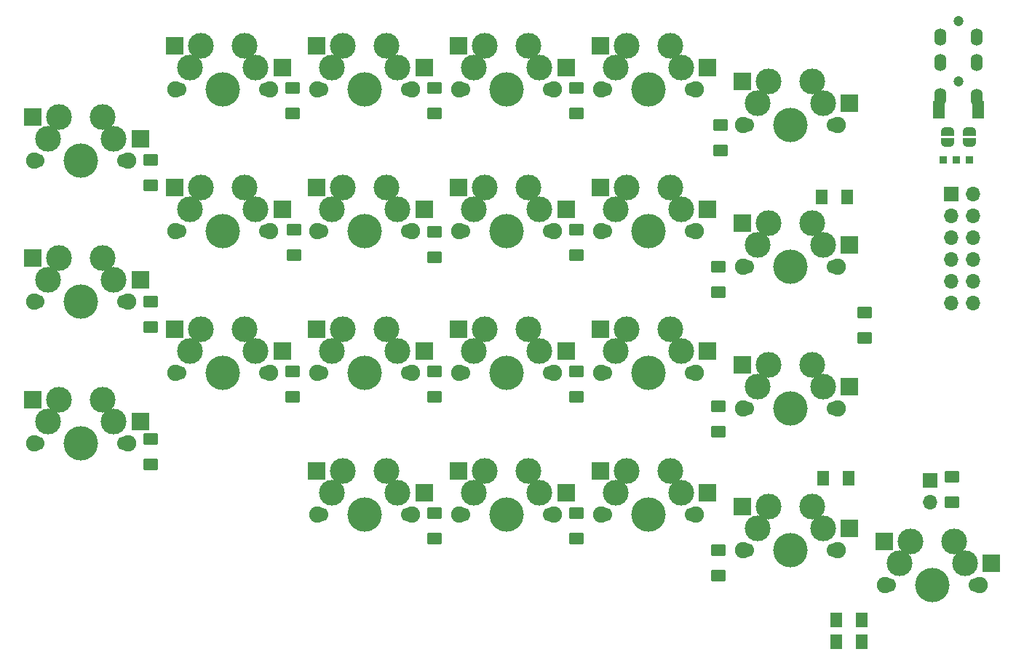
<source format=gts>
G04 #@! TF.GenerationSoftware,KiCad,Pcbnew,7.0.10*
G04 #@! TF.CreationDate,2024-06-23T16:27:36+09:00*
G04 #@! TF.ProjectId,sss,7373732e-6b69-4636-9164-5f7063625858,rev?*
G04 #@! TF.SameCoordinates,Original*
G04 #@! TF.FileFunction,Soldermask,Top*
G04 #@! TF.FilePolarity,Negative*
%FSLAX46Y46*%
G04 Gerber Fmt 4.6, Leading zero omitted, Abs format (unit mm)*
G04 Created by KiCad (PCBNEW 7.0.10) date 2024-06-23 16:27:36*
%MOMM*%
%LPD*%
G01*
G04 APERTURE LIST*
G04 Aperture macros list*
%AMRoundRect*
0 Rectangle with rounded corners*
0 $1 Rounding radius*
0 $2 $3 $4 $5 $6 $7 $8 $9 X,Y pos of 4 corners*
0 Add a 4 corners polygon primitive as box body*
4,1,4,$2,$3,$4,$5,$6,$7,$8,$9,$2,$3,0*
0 Add four circle primitives for the rounded corners*
1,1,$1+$1,$2,$3*
1,1,$1+$1,$4,$5*
1,1,$1+$1,$6,$7*
1,1,$1+$1,$8,$9*
0 Add four rect primitives between the rounded corners*
20,1,$1+$1,$2,$3,$4,$5,0*
20,1,$1+$1,$4,$5,$6,$7,0*
20,1,$1+$1,$6,$7,$8,$9,0*
20,1,$1+$1,$8,$9,$2,$3,0*%
%AMFreePoly0*
4,1,19,0.500000,-0.750000,0.000000,-0.750000,0.000000,-0.744911,-0.071157,-0.744911,-0.207708,-0.704816,-0.327430,-0.627875,-0.420627,-0.520320,-0.479746,-0.390866,-0.500000,-0.250000,-0.500000,0.250000,-0.479746,0.390866,-0.420627,0.520320,-0.327430,0.627875,-0.207708,0.704816,-0.071157,0.744911,0.000000,0.744911,0.000000,0.750000,0.500000,0.750000,0.500000,-0.750000,0.500000,-0.750000,
$1*%
%AMFreePoly1*
4,1,19,0.000000,0.744911,0.071157,0.744911,0.207708,0.704816,0.327430,0.627875,0.420627,0.520320,0.479746,0.390866,0.500000,0.250000,0.500000,-0.250000,0.479746,-0.390866,0.420627,-0.520320,0.327430,-0.627875,0.207708,-0.704816,0.071157,-0.744911,0.000000,-0.744911,0.000000,-0.750000,-0.500000,-0.750000,-0.500000,0.750000,0.000000,0.750000,0.000000,0.744911,0.000000,0.744911,
$1*%
G04 Aperture macros list end*
%ADD10R,1.700000X1.700000*%
%ADD11O,1.700000X1.700000*%
%ADD12C,1.900000*%
%ADD13C,1.700000*%
%ADD14C,3.000000*%
%ADD15C,4.000000*%
%ADD16R,2.000000X2.000000*%
%ADD17RoundRect,0.250001X0.624999X-0.462499X0.624999X0.462499X-0.624999X0.462499X-0.624999X-0.462499X0*%
%ADD18RoundRect,0.250001X-0.462499X-0.624999X0.462499X-0.624999X0.462499X0.624999X-0.462499X0.624999X0*%
%ADD19FreePoly0,270.000000*%
%ADD20FreePoly1,270.000000*%
%ADD21C,1.200000*%
%ADD22O,1.400000X2.000000*%
%ADD23R,1.400000X2.000000*%
%ADD24R,0.850000X0.850000*%
%ADD25RoundRect,0.250001X-0.624999X0.462499X-0.624999X-0.462499X0.624999X-0.462499X0.624999X0.462499X0*%
G04 APERTURE END LIST*
D10*
X133096000Y-79497000D03*
D11*
X133096000Y-82037000D03*
D10*
X135540000Y-46190000D03*
D11*
X138080000Y-46190000D03*
X135540000Y-48730000D03*
X138080000Y-48730000D03*
X135540000Y-51270000D03*
X138080000Y-51270000D03*
X135540000Y-53810000D03*
X138080000Y-53810000D03*
X135540000Y-56350000D03*
X138080000Y-56350000D03*
X135540000Y-58890000D03*
X138080000Y-58890000D03*
D12*
X127840000Y-91725000D03*
D13*
X128260000Y-91725000D03*
D14*
X129530000Y-89185000D03*
X130800000Y-86645000D03*
D15*
X133340000Y-91725000D03*
D14*
X135880000Y-86645000D03*
X137150000Y-89185000D03*
D13*
X138420000Y-91725000D03*
D12*
X138840000Y-91725000D03*
D16*
X127740000Y-86645000D03*
X140240000Y-89185000D03*
D12*
X45340000Y-66975000D03*
D13*
X45760000Y-66975000D03*
D14*
X47030000Y-64435000D03*
X48300000Y-61895000D03*
D15*
X50840000Y-66975000D03*
D14*
X53380000Y-61895000D03*
X54650000Y-64435000D03*
D13*
X55920000Y-66975000D03*
D12*
X56340000Y-66975000D03*
D16*
X45240000Y-61895000D03*
X57740000Y-64435000D03*
D12*
X111340000Y-54610000D03*
D13*
X111760000Y-54610000D03*
D14*
X113030000Y-52070000D03*
X114300000Y-49530000D03*
D15*
X116840000Y-54610000D03*
D14*
X119380000Y-49530000D03*
X120650000Y-52070000D03*
D13*
X121920000Y-54610000D03*
D12*
X122340000Y-54610000D03*
D16*
X111240000Y-49530000D03*
X123740000Y-52070000D03*
D12*
X61840000Y-33975000D03*
D13*
X62260000Y-33975000D03*
D14*
X63530000Y-31435000D03*
X64800000Y-28895000D03*
D15*
X67340000Y-33975000D03*
D14*
X69880000Y-28895000D03*
X71150000Y-31435000D03*
D13*
X72420000Y-33975000D03*
D12*
X72840000Y-33975000D03*
D16*
X61740000Y-28895000D03*
X74240000Y-31435000D03*
D12*
X78340000Y-33975000D03*
D13*
X78760000Y-33975000D03*
D14*
X80030000Y-31435000D03*
X81300000Y-28895000D03*
D15*
X83840000Y-33975000D03*
D14*
X86380000Y-28895000D03*
X87650000Y-31435000D03*
D13*
X88920000Y-33975000D03*
D12*
X89340000Y-33975000D03*
D16*
X78240000Y-28895000D03*
X90740000Y-31435000D03*
D12*
X61840000Y-66975000D03*
D13*
X62260000Y-66975000D03*
D14*
X63530000Y-64435000D03*
X64800000Y-61895000D03*
D15*
X67340000Y-66975000D03*
D14*
X69880000Y-61895000D03*
X71150000Y-64435000D03*
D13*
X72420000Y-66975000D03*
D12*
X72840000Y-66975000D03*
D16*
X61740000Y-61895000D03*
X74240000Y-64435000D03*
D12*
X111340000Y-87600000D03*
D13*
X111760000Y-87600000D03*
D14*
X113030000Y-85060000D03*
X114300000Y-82520000D03*
D15*
X116840000Y-87600000D03*
D14*
X119380000Y-82520000D03*
X120650000Y-85060000D03*
D13*
X121920000Y-87600000D03*
D12*
X122340000Y-87600000D03*
D16*
X111240000Y-82520000D03*
X123740000Y-85060000D03*
D12*
X61840000Y-50475000D03*
D13*
X62260000Y-50475000D03*
D14*
X63530000Y-47935000D03*
X64800000Y-45395000D03*
D15*
X67340000Y-50475000D03*
D14*
X69880000Y-45395000D03*
X71150000Y-47935000D03*
D13*
X72420000Y-50475000D03*
D12*
X72840000Y-50475000D03*
D16*
X61740000Y-45395000D03*
X74240000Y-47935000D03*
D12*
X94840000Y-66975000D03*
D13*
X95260000Y-66975000D03*
D14*
X96530000Y-64435000D03*
X97800000Y-61895000D03*
D15*
X100340000Y-66975000D03*
D14*
X102880000Y-61895000D03*
X104150000Y-64435000D03*
D13*
X105420000Y-66975000D03*
D12*
X105840000Y-66975000D03*
D16*
X94740000Y-61895000D03*
X107240000Y-64435000D03*
D12*
X111340000Y-71100000D03*
D13*
X111760000Y-71100000D03*
D14*
X113030000Y-68560000D03*
X114300000Y-66020000D03*
D15*
X116840000Y-71100000D03*
D14*
X119380000Y-66020000D03*
X120650000Y-68560000D03*
D13*
X121920000Y-71100000D03*
D12*
X122340000Y-71100000D03*
D16*
X111240000Y-66020000D03*
X123740000Y-68560000D03*
D12*
X111340000Y-38100000D03*
D13*
X111760000Y-38100000D03*
D14*
X113030000Y-35560000D03*
X114300000Y-33020000D03*
D15*
X116840000Y-38100000D03*
D14*
X119380000Y-33020000D03*
X120650000Y-35560000D03*
D13*
X121920000Y-38100000D03*
D12*
X122340000Y-38100000D03*
D16*
X111240000Y-33020000D03*
X123740000Y-35560000D03*
D12*
X45340000Y-50475000D03*
D13*
X45760000Y-50475000D03*
D14*
X47030000Y-47935000D03*
X48300000Y-45395000D03*
D15*
X50840000Y-50475000D03*
D14*
X53380000Y-45395000D03*
X54650000Y-47935000D03*
D13*
X55920000Y-50475000D03*
D12*
X56340000Y-50475000D03*
D16*
X45240000Y-45395000D03*
X57740000Y-47935000D03*
D12*
X28840000Y-58725000D03*
D13*
X29260000Y-58725000D03*
D14*
X30530000Y-56185000D03*
X31800000Y-53645000D03*
D15*
X34340000Y-58725000D03*
D14*
X36880000Y-53645000D03*
X38150000Y-56185000D03*
D13*
X39420000Y-58725000D03*
D12*
X39840000Y-58725000D03*
D16*
X28740000Y-53645000D03*
X41240000Y-56185000D03*
D12*
X94840000Y-50475000D03*
D13*
X95260000Y-50475000D03*
D14*
X96530000Y-47935000D03*
X97800000Y-45395000D03*
D15*
X100340000Y-50475000D03*
D14*
X102880000Y-45395000D03*
X104150000Y-47935000D03*
D13*
X105420000Y-50475000D03*
D12*
X105840000Y-50475000D03*
D16*
X94740000Y-45395000D03*
X107240000Y-47935000D03*
D12*
X94840000Y-83475000D03*
D13*
X95260000Y-83475000D03*
D14*
X96530000Y-80935000D03*
X97800000Y-78395000D03*
D15*
X100340000Y-83475000D03*
D14*
X102880000Y-78395000D03*
X104150000Y-80935000D03*
D13*
X105420000Y-83475000D03*
D12*
X105840000Y-83475000D03*
D16*
X94740000Y-78395000D03*
X107240000Y-80935000D03*
D12*
X78340000Y-83475000D03*
D13*
X78760000Y-83475000D03*
D14*
X80030000Y-80935000D03*
X81300000Y-78395000D03*
D15*
X83840000Y-83475000D03*
D14*
X86380000Y-78395000D03*
X87650000Y-80935000D03*
D13*
X88920000Y-83475000D03*
D12*
X89340000Y-83475000D03*
D16*
X78240000Y-78395000D03*
X90740000Y-80935000D03*
D12*
X45340000Y-33975000D03*
D13*
X45760000Y-33975000D03*
D14*
X47030000Y-31435000D03*
X48300000Y-28895000D03*
D15*
X50840000Y-33975000D03*
D14*
X53380000Y-28895000D03*
X54650000Y-31435000D03*
D13*
X55920000Y-33975000D03*
D12*
X56340000Y-33975000D03*
D16*
X45240000Y-28895000D03*
X57740000Y-31435000D03*
D12*
X94840000Y-33975000D03*
D13*
X95260000Y-33975000D03*
D14*
X96530000Y-31435000D03*
X97800000Y-28895000D03*
D15*
X100340000Y-33975000D03*
D14*
X102880000Y-28895000D03*
X104150000Y-31435000D03*
D13*
X105420000Y-33975000D03*
D12*
X105840000Y-33975000D03*
D16*
X94740000Y-28895000D03*
X107240000Y-31435000D03*
D12*
X28840000Y-75225000D03*
D13*
X29260000Y-75225000D03*
D14*
X30530000Y-72685000D03*
X31800000Y-70145000D03*
D15*
X34340000Y-75225000D03*
D14*
X36880000Y-70145000D03*
X38150000Y-72685000D03*
D13*
X39420000Y-75225000D03*
D12*
X39840000Y-75225000D03*
D16*
X28740000Y-70145000D03*
X41240000Y-72685000D03*
D12*
X28840000Y-42225000D03*
D13*
X29260000Y-42225000D03*
D14*
X30530000Y-39685000D03*
X31800000Y-37145000D03*
D15*
X34340000Y-42225000D03*
D14*
X36880000Y-37145000D03*
X38150000Y-39685000D03*
D13*
X39420000Y-42225000D03*
D12*
X39840000Y-42225000D03*
D16*
X28740000Y-37145000D03*
X41240000Y-39685000D03*
D12*
X78340000Y-66975000D03*
D13*
X78760000Y-66975000D03*
D14*
X80030000Y-64435000D03*
X81300000Y-61895000D03*
D15*
X83840000Y-66975000D03*
D14*
X86380000Y-61895000D03*
X87650000Y-64435000D03*
D13*
X88920000Y-66975000D03*
D12*
X89340000Y-66975000D03*
D16*
X78240000Y-61895000D03*
X90740000Y-64435000D03*
D12*
X78340000Y-50475000D03*
D13*
X78760000Y-50475000D03*
D14*
X80030000Y-47935000D03*
X81300000Y-45395000D03*
D15*
X83840000Y-50475000D03*
D14*
X86380000Y-45395000D03*
X87650000Y-47935000D03*
D13*
X88920000Y-50475000D03*
D12*
X89340000Y-50475000D03*
D16*
X78240000Y-45395000D03*
X90740000Y-47935000D03*
D12*
X61840000Y-83475000D03*
D13*
X62260000Y-83475000D03*
D14*
X63530000Y-80935000D03*
X64800000Y-78395000D03*
D15*
X67340000Y-83475000D03*
D14*
X69880000Y-78395000D03*
X71150000Y-80935000D03*
D13*
X72420000Y-83475000D03*
D12*
X72840000Y-83475000D03*
D16*
X61740000Y-78395000D03*
X74240000Y-80935000D03*
D17*
X91948000Y-36762000D03*
X91948000Y-33782000D03*
X75438000Y-86292000D03*
X75438000Y-83312000D03*
X125476000Y-62924000D03*
X125476000Y-59944000D03*
X91948000Y-69782000D03*
X91948000Y-66802000D03*
X58928000Y-36796000D03*
X58928000Y-33816000D03*
X42418000Y-45144000D03*
X42418000Y-42164000D03*
X75438000Y-36796000D03*
X75438000Y-33816000D03*
D18*
X120464000Y-46482000D03*
X123444000Y-46482000D03*
D17*
X91948000Y-86292000D03*
X91948000Y-83312000D03*
X75438000Y-69782000D03*
X75438000Y-66802000D03*
X59080400Y-53272000D03*
X59080400Y-50292000D03*
D18*
X122208000Y-95758000D03*
X125188000Y-95758000D03*
D19*
X137668000Y-38832000D03*
D20*
X137668000Y-40132000D03*
D21*
X136398000Y-26017220D03*
X136398000Y-26017220D03*
X136398000Y-33020000D03*
X136398000Y-33020000D03*
D22*
X134297760Y-30844880D03*
X138496760Y-30852480D03*
X134297760Y-27844880D03*
X138496760Y-27852480D03*
D23*
X134096760Y-36352480D03*
X138697760Y-36344880D03*
D22*
X134297760Y-34844880D03*
X138496760Y-34852480D03*
D17*
X75438000Y-53526000D03*
X75438000Y-50546000D03*
D18*
X122208000Y-98298000D03*
X125188000Y-98298000D03*
D17*
X108712000Y-41080000D03*
X108712000Y-38100000D03*
X42418000Y-61654000D03*
X42418000Y-58674000D03*
D24*
X137668000Y-42164000D03*
X136144000Y-42164000D03*
D17*
X108458000Y-90644000D03*
X108458000Y-87664000D03*
D19*
X135128000Y-38862000D03*
D20*
X135128000Y-40162000D03*
D17*
X42418000Y-77656000D03*
X42418000Y-74676000D03*
X91948000Y-53272000D03*
X91948000Y-50292000D03*
X58928000Y-69782000D03*
X58928000Y-66802000D03*
D25*
X135636000Y-82058800D03*
X135636000Y-79078800D03*
D17*
X108458000Y-57624000D03*
X108458000Y-54644000D03*
D18*
X120684000Y-79248000D03*
X123664000Y-79248000D03*
D24*
X134620000Y-42164000D03*
D17*
X108458000Y-73880000D03*
X108458000Y-70900000D03*
M02*

</source>
